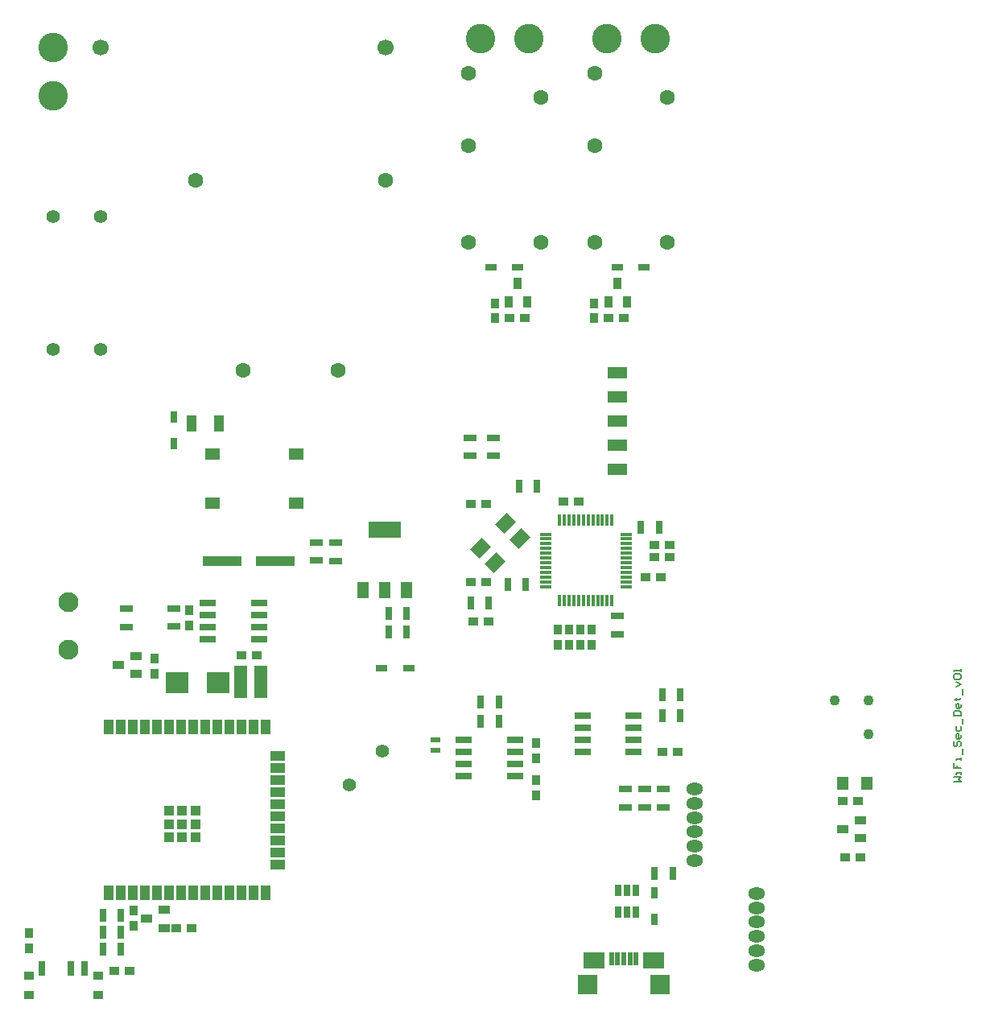
<source format=gts>
%TF.GenerationSoftware,Altium Limited,Altium Designer,25.2.1 (25)*%
G04 Layer_Color=8388736*
%FSLAX25Y25*%
%MOIN*%
%TF.SameCoordinates,F6C81A79-D505-4479-B840-BDF532C21910*%
%TF.FilePolarity,Negative*%
%TF.FileFunction,Soldermask,Top*%
%TF.Part,Single*%
G01*
G75*
%TA.AperFunction,ComponentPad*%
%ADD57C,0.08268*%
%ADD67C,0.06299*%
%TA.AperFunction,SMDPad,CuDef*%
%ADD107R,0.04331X0.02362*%
%TA.AperFunction,NonConductor*%
%ADD119C,0.00591*%
%TA.AperFunction,SMDPad,CuDef*%
%ADD123R,0.03150X0.05512*%
%ADD124R,0.06653X0.02913*%
%ADD125R,0.05512X0.03150*%
%ADD126R,0.04194X0.03494*%
%ADD127R,0.08268X0.04724*%
%ADD128R,0.04528X0.02559*%
%ADD129R,0.03494X0.04194*%
%ADD130R,0.13386X0.06693*%
%ADD131R,0.05118X0.06693*%
%ADD132R,0.04724X0.05315*%
%ADD133R,0.04764X0.03543*%
G04:AMPARAMS|DCode=134|XSize=66.93mil|YSize=53.15mil|CornerRadius=0mil|HoleSize=0mil|Usage=FLASHONLY|Rotation=225.000|XOffset=0mil|YOffset=0mil|HoleType=Round|Shape=Rectangle|*
%AMROTATEDRECTD134*
4,1,4,0.00487,0.04245,0.04245,0.00487,-0.00487,-0.04245,-0.04245,-0.00487,0.00487,0.04245,0.0*
%
%ADD134ROTATEDRECTD134*%

%ADD135R,0.05118X0.01575*%
%ADD136R,0.01575X0.05118*%
%ADD137R,0.02756X0.05118*%
%ADD138R,0.02559X0.04528*%
%ADD139R,0.07874X0.07874*%
%ADD140R,0.08661X0.06693*%
%ADD141R,0.01968X0.05709*%
%ADD142R,0.03543X0.04764*%
%ADD143R,0.03150X0.06299*%
%ADD144R,0.04331X0.03543*%
%ADD145R,0.03937X0.06299*%
%ADD146R,0.06299X0.03937*%
%TA.AperFunction,BGAPad,CuDef*%
%ADD147R,0.03937X0.03937*%
%TA.AperFunction,SMDPad,CuDef*%
%ADD148R,0.06496X0.05118*%
%ADD149R,0.09252X0.08740*%
%ADD150R,0.16142X0.04331*%
%ADD151R,0.05512X0.13780*%
%ADD152R,0.03937X0.06693*%
%TA.AperFunction,ComponentPad*%
%ADD153C,0.04331*%
%ADD154O,0.07087X0.05118*%
%ADD155C,0.05512*%
%ADD156C,0.12205*%
%ADD157C,0.06693*%
D57*
X22244Y150591D02*
D03*
Y170276D02*
D03*
D67*
X133858Y266142D02*
D03*
X94488D02*
D03*
X74803Y344882D02*
D03*
X153543D02*
D03*
X240118Y319331D02*
D03*
Y359331D02*
D03*
Y389331D02*
D03*
X270118Y319331D02*
D03*
Y379331D02*
D03*
X187756Y319331D02*
D03*
Y359331D02*
D03*
Y389331D02*
D03*
X217756Y319331D02*
D03*
Y379331D02*
D03*
D107*
X174016Y109075D02*
D03*
Y113406D02*
D03*
D119*
X388650Y95866D02*
X391798D01*
X390749Y96916D01*
X391798Y97965D01*
X388650D01*
X391798Y99015D02*
Y100064D01*
Y99540D01*
X389699D01*
Y99015D01*
X388650Y103738D02*
Y101638D01*
X390224D01*
Y102688D01*
Y101638D01*
X391798D01*
Y104787D02*
Y105837D01*
Y105312D01*
X389699D01*
Y104787D01*
X392323Y107411D02*
Y109510D01*
X389174Y112659D02*
X388650Y112134D01*
Y111084D01*
X389174Y110560D01*
X389699D01*
X390224Y111084D01*
Y112134D01*
X390749Y112659D01*
X391273D01*
X391798Y112134D01*
Y111084D01*
X391273Y110560D01*
X391798Y115282D02*
Y114233D01*
X391273Y113708D01*
X390224D01*
X389699Y114233D01*
Y115282D01*
X390224Y115807D01*
X390749D01*
Y113708D01*
X389699Y118956D02*
Y117382D01*
X390224Y116857D01*
X391273D01*
X391798Y117382D01*
Y118956D01*
X392323Y120005D02*
Y122104D01*
X388650Y123154D02*
X391798D01*
Y124728D01*
X391273Y125253D01*
X389174D01*
X388650Y124728D01*
Y123154D01*
X391798Y127877D02*
Y126827D01*
X391273Y126303D01*
X390224D01*
X389699Y126827D01*
Y127877D01*
X390224Y128402D01*
X390749D01*
Y126303D01*
X389174Y129976D02*
X389699D01*
Y129451D01*
Y130501D01*
Y129976D01*
X391273D01*
X391798Y130501D01*
X392323Y132075D02*
Y134174D01*
X389699Y135223D02*
X391798Y136273D01*
X389699Y137323D01*
X389174Y138372D02*
X388650Y138897D01*
Y139946D01*
X389174Y140471D01*
X391273D01*
X391798Y139946D01*
Y138897D01*
X391273Y138372D01*
X389174D01*
X391798Y141521D02*
Y142570D01*
Y142045D01*
X388650D01*
X389174Y141521D01*
D123*
X154724Y165748D02*
D03*
X162205D02*
D03*
X259252Y201181D02*
D03*
X266732D02*
D03*
X208661Y218110D02*
D03*
X216142D02*
D03*
X264961Y57874D02*
D03*
X272441D02*
D03*
X211614Y177559D02*
D03*
X204134D02*
D03*
X275590Y123248D02*
D03*
X268110D02*
D03*
X275590Y131890D02*
D03*
X268110D02*
D03*
X200386Y120867D02*
D03*
X192905D02*
D03*
X200394Y128831D02*
D03*
X192913D02*
D03*
X196259Y169882D02*
D03*
X188779D02*
D03*
X36417Y26575D02*
D03*
X43898D02*
D03*
X36417Y33661D02*
D03*
X43898D02*
D03*
X36417Y40748D02*
D03*
X43898D02*
D03*
X162205Y157874D02*
D03*
X154724D02*
D03*
D124*
X235039Y118248D02*
D03*
Y113248D02*
D03*
Y108248D02*
D03*
X256299D02*
D03*
Y113248D02*
D03*
Y118248D02*
D03*
Y123248D02*
D03*
X235039D02*
D03*
X185827Y113406D02*
D03*
X207087D02*
D03*
Y108405D02*
D03*
Y103405D02*
D03*
Y98405D02*
D03*
X185827D02*
D03*
Y103405D02*
D03*
Y108405D02*
D03*
X101181Y159843D02*
D03*
Y164842D02*
D03*
Y169843D02*
D03*
X79921D02*
D03*
Y164842D02*
D03*
Y159843D02*
D03*
Y154842D02*
D03*
X101181D02*
D03*
D125*
X188583Y238386D02*
D03*
Y230906D02*
D03*
X198031Y238386D02*
D03*
Y230906D02*
D03*
X249606Y164567D02*
D03*
Y157087D02*
D03*
X252854Y92913D02*
D03*
Y85433D02*
D03*
X268602Y92913D02*
D03*
Y85433D02*
D03*
X260728Y92913D02*
D03*
Y85433D02*
D03*
X65748Y160236D02*
D03*
Y167717D02*
D03*
X132677Y194882D02*
D03*
Y187402D02*
D03*
X124803Y195079D02*
D03*
Y187598D02*
D03*
X46260Y167520D02*
D03*
Y160039D02*
D03*
D126*
X271260Y194095D02*
D03*
X264960D02*
D03*
X264961Y188976D02*
D03*
X271261D02*
D03*
X233464Y212008D02*
D03*
X227164D02*
D03*
X93701Y148425D02*
D03*
X100001D02*
D03*
X342913Y87795D02*
D03*
X349213D02*
D03*
X350177Y64567D02*
D03*
X343877D02*
D03*
X268110Y108248D02*
D03*
X274410D02*
D03*
X261024Y180709D02*
D03*
X267324D02*
D03*
X189959Y162205D02*
D03*
X196259D02*
D03*
X188778Y210827D02*
D03*
X195078D02*
D03*
X188778Y178543D02*
D03*
X195078D02*
D03*
X245866Y287795D02*
D03*
X252166D02*
D03*
X204724D02*
D03*
X211024D02*
D03*
X66929Y35433D02*
D03*
X73229D02*
D03*
X41142Y17717D02*
D03*
X47442D02*
D03*
D127*
X249606Y265276D02*
D03*
Y255276D02*
D03*
Y245276D02*
D03*
Y235276D02*
D03*
Y225276D02*
D03*
D128*
Y309055D02*
D03*
X260630D02*
D03*
X162992Y142913D02*
D03*
X151969D02*
D03*
X208268Y309055D02*
D03*
X197244D02*
D03*
D129*
X215748Y111811D02*
D03*
Y105511D02*
D03*
Y90157D02*
D03*
Y96457D02*
D03*
X229528Y152755D02*
D03*
Y159055D02*
D03*
X224803Y159055D02*
D03*
Y152755D02*
D03*
X234252Y159055D02*
D03*
Y152755D02*
D03*
X238976Y159055D02*
D03*
Y152755D02*
D03*
X239961Y294095D02*
D03*
Y287795D02*
D03*
X198819Y294095D02*
D03*
Y287795D02*
D03*
X5906Y33268D02*
D03*
Y26968D02*
D03*
X49016Y42717D02*
D03*
Y36417D02*
D03*
X72047Y160630D02*
D03*
Y166930D02*
D03*
X57874Y140552D02*
D03*
Y146852D02*
D03*
D130*
X153150Y200394D02*
D03*
D131*
X162205Y175197D02*
D03*
X153150D02*
D03*
X144095D02*
D03*
D132*
X342913Y95276D02*
D03*
X352756D02*
D03*
D133*
X342736Y76181D02*
D03*
X350177Y79921D02*
D03*
Y72441D02*
D03*
X54350Y39173D02*
D03*
X61791Y42913D02*
D03*
Y35433D02*
D03*
X42736Y144292D02*
D03*
X50177Y148032D02*
D03*
Y140552D02*
D03*
D134*
X198896Y186473D02*
D03*
X209196Y196773D02*
D03*
X203072Y202898D02*
D03*
X192771Y192597D02*
D03*
D135*
X219685Y196457D02*
D03*
Y198425D02*
D03*
X253149D02*
D03*
Y176772D02*
D03*
X219685D02*
D03*
X253149Y178740D02*
D03*
X219685D02*
D03*
X253149Y180709D02*
D03*
X219685D02*
D03*
X253149Y182677D02*
D03*
X219685D02*
D03*
X253149Y184646D02*
D03*
X219685D02*
D03*
X253149Y186614D02*
D03*
X219685D02*
D03*
X253149Y188583D02*
D03*
X219685D02*
D03*
X253149Y190551D02*
D03*
X219685D02*
D03*
X253149Y192520D02*
D03*
X219685D02*
D03*
X253149Y194488D02*
D03*
X219685D02*
D03*
X253149Y196457D02*
D03*
D136*
X225590Y170866D02*
D03*
X227559D02*
D03*
X229527D02*
D03*
X231496D02*
D03*
X233464D02*
D03*
X235433D02*
D03*
X237401D02*
D03*
X239370D02*
D03*
X241338D02*
D03*
X243307D02*
D03*
X245275D02*
D03*
X247244D02*
D03*
Y204331D02*
D03*
X245275D02*
D03*
X243307D02*
D03*
X241338D02*
D03*
X239370D02*
D03*
X237401D02*
D03*
X235433D02*
D03*
X233464D02*
D03*
X231496D02*
D03*
X229527D02*
D03*
X227559D02*
D03*
X225590D02*
D03*
D137*
X257283Y41929D02*
D03*
X253543D02*
D03*
X249803D02*
D03*
Y50984D02*
D03*
X253543D02*
D03*
X257283D02*
D03*
D138*
X264961Y38976D02*
D03*
Y50000D02*
D03*
X65748Y235827D02*
D03*
Y246850D02*
D03*
D139*
X237205Y11909D02*
D03*
X267126D02*
D03*
D140*
X239961Y21949D02*
D03*
X264370D02*
D03*
D141*
X254724Y22441D02*
D03*
X257283D02*
D03*
X247047D02*
D03*
X252165D02*
D03*
X249606D02*
D03*
D142*
X249606Y302146D02*
D03*
X253346Y294705D02*
D03*
X245866D02*
D03*
X208268Y302146D02*
D03*
X212008Y294705D02*
D03*
X204528D02*
D03*
D143*
X28937Y18504D02*
D03*
X23031D02*
D03*
X11220D02*
D03*
D144*
X5709Y7480D02*
D03*
Y15748D02*
D03*
X34449Y7480D02*
D03*
Y15748D02*
D03*
D145*
X38898Y49803D02*
D03*
X43898D02*
D03*
X48898D02*
D03*
X53898D02*
D03*
X58898D02*
D03*
X63898D02*
D03*
X68898D02*
D03*
X73898D02*
D03*
X78898D02*
D03*
X83898D02*
D03*
X88898D02*
D03*
X93898D02*
D03*
X98898D02*
D03*
X103898D02*
D03*
Y118701D02*
D03*
X98898D02*
D03*
X93898D02*
D03*
X88898D02*
D03*
X83898D02*
D03*
X78898D02*
D03*
X73898D02*
D03*
X68898D02*
D03*
X63898D02*
D03*
X58898D02*
D03*
X53898D02*
D03*
X48898D02*
D03*
X43898D02*
D03*
X38898D02*
D03*
D146*
X108819Y61752D02*
D03*
Y66752D02*
D03*
Y71752D02*
D03*
Y76752D02*
D03*
Y81752D02*
D03*
Y86752D02*
D03*
Y91752D02*
D03*
Y96752D02*
D03*
Y101752D02*
D03*
Y106752D02*
D03*
D147*
X69291Y78347D02*
D03*
Y83858D02*
D03*
Y72835D02*
D03*
X74803Y78347D02*
D03*
Y83858D02*
D03*
Y72835D02*
D03*
X63779Y78347D02*
D03*
Y83858D02*
D03*
Y72835D02*
D03*
D148*
X116417Y211201D02*
D03*
Y231713D02*
D03*
X81890Y211201D02*
D03*
Y231713D02*
D03*
D149*
X66988Y137008D02*
D03*
X84193D02*
D03*
D150*
X107874Y187402D02*
D03*
X85827D02*
D03*
D151*
X101772Y137402D02*
D03*
X93504D02*
D03*
D152*
X84646Y244291D02*
D03*
X73228D02*
D03*
D153*
X353528Y115551D02*
D03*
Y129693D02*
D03*
X339386D02*
D03*
D154*
X307087Y20079D02*
D03*
Y25984D02*
D03*
Y31890D02*
D03*
Y37795D02*
D03*
Y43701D02*
D03*
Y49606D02*
D03*
X281496Y63386D02*
D03*
Y69291D02*
D03*
Y75197D02*
D03*
Y81102D02*
D03*
Y87008D02*
D03*
Y92913D02*
D03*
D155*
X152235Y108535D02*
D03*
X138316Y94615D02*
D03*
X35433Y274803D02*
D03*
X15748D02*
D03*
X35433Y329921D02*
D03*
X15748D02*
D03*
D156*
X245118Y403543D02*
D03*
X265118D02*
D03*
X192756D02*
D03*
X212756D02*
D03*
X15748Y400000D02*
D03*
Y380000D02*
D03*
D157*
X35433Y400000D02*
D03*
X153543D02*
D03*
%TF.MD5,5f59aae88737e8e33591b0151de97bf3*%
M02*

</source>
